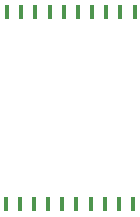
<source format=gbr>
G04 #@! TF.GenerationSoftware,KiCad,Pcbnew,(5.1.0)-1*
G04 #@! TF.CreationDate,2021-08-05T13:01:27-06:00*
G04 #@! TF.ProjectId,_autosave-Igloo19,5f617574-6f73-4617-9665-2d49676c6f6f,rev?*
G04 #@! TF.SameCoordinates,Original*
G04 #@! TF.FileFunction,Paste,Top*
G04 #@! TF.FilePolarity,Positive*
%FSLAX46Y46*%
G04 Gerber Fmt 4.6, Leading zero omitted, Abs format (unit mm)*
G04 Created by KiCad (PCBNEW (5.1.0)-1) date 2021-08-05 13:01:27*
%MOMM*%
%LPD*%
G04 APERTURE LIST*
%ADD10R,0.381000X1.250000*%
G04 APERTURE END LIST*
D10*
X184453500Y-67410000D03*
X183253500Y-67410000D03*
X182053500Y-67410000D03*
X180853500Y-67410000D03*
X179653500Y-67410000D03*
X178453500Y-67410000D03*
X177253500Y-67410000D03*
X176053500Y-67410000D03*
X174853500Y-67410000D03*
X173653500Y-67410000D03*
X173533500Y-83670000D03*
X174733500Y-83670000D03*
X175933500Y-83670000D03*
X177133500Y-83670000D03*
X178333500Y-83670000D03*
X179533500Y-83670000D03*
X180733500Y-83670000D03*
X181933500Y-83670000D03*
X183133500Y-83670000D03*
X184333500Y-83670000D03*
M02*

</source>
